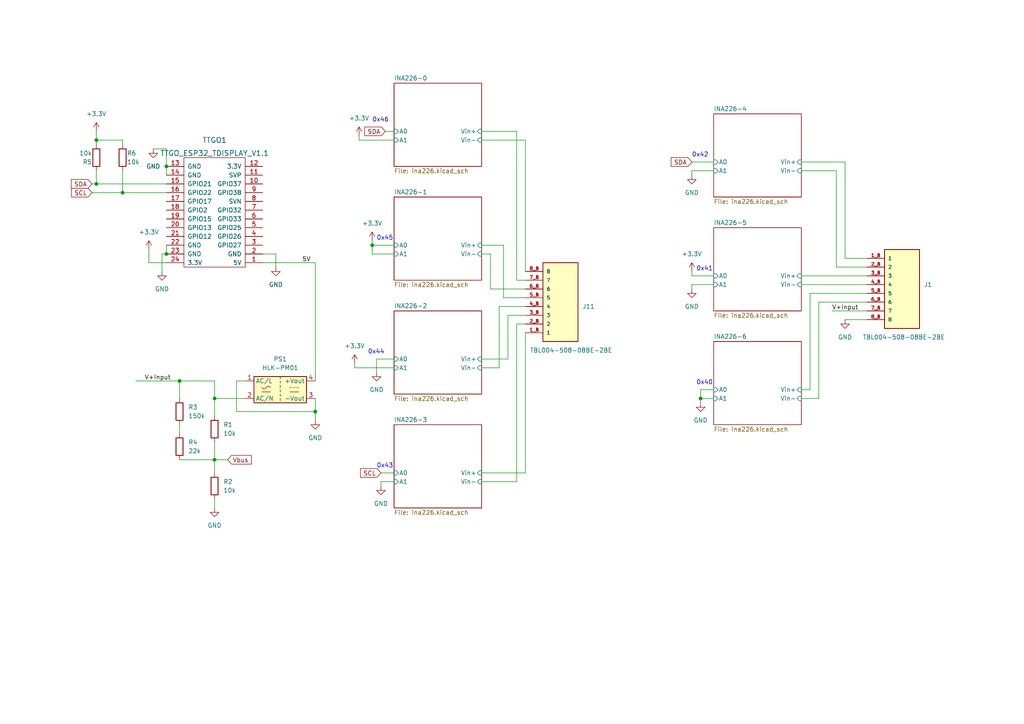
<source format=kicad_sch>
(kicad_sch (version 20211123) (generator eeschema)
  (paper "A4")
  (lib_symbols
    (symbol "Converter_ACDC:HLK-PM01"
      (property "Reference" "PS" (at 0 5.08 0))
      (property "Value" "HLK-PM01" (at 0 -5.08 0))
      (symbol "HLK-PM01_0_1"
        (rectangle (start -7.62 3.81) (end 7.62 -3.81) (stroke (width 0.254)) (fill (type background)))
        (arc (start -5.334 0.635) (mid -4.699 0.2495) (end -4.064 0.635))
        (arc (start -2.794 0.635) (mid -3.429 1.0072) (end -4.064 0.635))
        (polyline (pts (xy -5.334 -0.635) (xy -2.794 -0.635)))
        (polyline (pts (xy 0 -2.54) (xy 0 -3.175)))
        (polyline (pts (xy 0 -1.27) (xy 0 -1.905)))
        (polyline (pts (xy 0 0) (xy 0 -0.635)))
        (polyline (pts (xy 0 1.27) (xy 0 0.635)))
        (polyline (pts (xy 0 2.54) (xy 0 1.905)))
        (polyline (pts (xy 0 3.81) (xy 0 3.175)))
        (polyline (pts (xy 2.794 -0.635) (xy 5.334 -0.635)))
        (polyline (pts (xy 2.794 0.635) (xy 3.302 0.635)))
        (polyline (pts (xy 3.81 0.635) (xy 4.318 0.635)))
        (polyline (pts (xy 4.826 0.635) (xy 5.334 0.635)))
      )
      (symbol "HLK-PM01_1_1"
        (pin power_in line (at -10.16 2.54 0) (length 2.54) (name "AC/L") (number "1"))
        (pin power_in line (at -10.16 -2.54 0) (length 2.54) (name "AC/N") (number "2"))
        (pin power_out line (at 10.16 -2.54 180) (length 2.54) (name "-Vout") (number "3"))
        (pin power_out line (at 10.16 2.54 180) (length 2.54) (name "+Vout") (number "4"))
      )
    )
    (symbol "Device:R" (pin_numbers hide) (pin_names (offset 0))
      (property "Reference" "R" (at 2.032 0 90))
      (property "Value" "R" (at 0 0 90))
      (symbol "R_0_1"
        (rectangle (start -1.016 -2.54) (end 1.016 2.54) (stroke (width 0.254)))
      )
      (symbol "R_1_1"
        (pin passive line (at 0 3.81 270) (length 1.27) (name "~") (number "1"))
        (pin passive line (at 0 -3.81 90) (length 1.27) (name "~") (number "2"))
      )
    )
    (symbol "TBL004-508-08BE-2BE:TBL004-508-08BE-2BE" (pin_names (offset 1.016))
      (property "Reference" "J" (at -5.588 12.7 0))
      (property "Value" "TBL004-508-08BE-2BE" (at -5.08 -12.7 0))
      (symbol "TBL004-508-08BE-2BE_0_0"
        (rectangle (start -5.08 -10.16) (end 5.08 12.7) (stroke (width 0.254)) (fill (type background)))
        (pin passive line (at -10.16 10.16 0) (length 5.08) (name "1") (number "1_A"))
        (pin passive line (at -10.16 10.16 0) (length 5.08) (name "1") (number "1_B"))
        (pin passive line (at -10.16 7.62 0) (length 5.08) (name "2") (number "2_A"))
        (pin passive line (at -10.16 7.62 0) (length 5.08) (name "2") (number "2_B"))
        (pin passive line (at -10.16 5.08 0) (length 5.08) (name "3") (number "3_A"))
        (pin passive line (at -10.16 5.08 0) (length 5.08) (name "3") (number "3_B"))
        (pin passive line (at -10.16 2.54 0) (length 5.08) (name "4") (number "4_A"))
        (pin passive line (at -10.16 2.54 0) (length 5.08) (name "4") (number "4_B"))
        (pin passive line (at -10.16 0 0) (length 5.08) (name "5") (number "5_A"))
        (pin passive line (at -10.16 0 0) (length 5.08) (name "5") (number "5_B"))
        (pin passive line (at -10.16 -2.54 0) (length 5.08) (name "6") (number "6_A"))
        (pin passive line (at -10.16 -2.54 0) (length 5.08) (name "6") (number "6_B"))
        (pin passive line (at -10.16 -5.08 0) (length 5.08) (name "7") (number "7_A"))
        (pin passive line (at -10.16 -5.08 0) (length 5.08) (name "7") (number "7_B"))
        (pin passive line (at -10.16 -7.62 0) (length 5.08) (name "8") (number "8_A"))
        (pin passive line (at -10.16 -7.62 0) (length 5.08) (name "8") (number "8_B"))
      )
    )
    (symbol "power:+3.3V" (power) (pin_names (offset 0))
      (property "Value" "+3.3V" (at 0 3.556 0))
      (symbol "+3.3V_0_1"
        (polyline (pts (xy -0.762 1.27) (xy 0 2.54)))
        (polyline (pts (xy 0 0) (xy 0 2.54)))
        (polyline (pts (xy 0 2.54) (xy 0.762 1.27)))
      )
      (symbol "+3.3V_1_1"
        (pin power_in line (at 0 0 90) (length 0) hide (name "+3.3V") (number "1"))
      )
    )
    (symbol "power:GND" (power) (pin_names (offset 0))
      (property "Value" "GND" (at 0 -3.81 0))
      (symbol "GND_0_1"
        (polyline (pts (xy 0 0) (xy 0 -1.27) (xy 1.27 -1.27) (xy 0 -2.54) (xy -1.27 -1.27) (xy 0 -1.27)))
      )
      (symbol "GND_1_1"
        (pin power_in line (at 0 0 270) (length 0) hide (name "GND") (number "1"))
      )
    )
    (symbol "ttgo_esp32:TTGO_ESP32_TDISPLAY_V1.1" (pin_names (offset 1.016))
      (property "Reference" "TTGO" (at 8.89 34.29 0))
      (property "Value" "TTGO_ESP32_TDISPLAY_V1.1" (at 8.89 -2.54 0))
      (symbol "TTGO_ESP32_TDISPLAY_V1.1_0_1"
        (rectangle (start 0 0) (end 17.78 31.75))
      )
      (symbol "TTGO_ESP32_TDISPLAY_V1.1_1_1"
        (pin unspecified line (at 22.86 1.27 180) (length 5.08) (name "5V") (number "1"))
        (pin unspecified line (at 22.86 24.13 180) (length 5.08) (name "GPIO37") (number "10"))
        (pin unspecified line (at 22.86 26.67 180) (length 5.08) (name "SVP") (number "11"))
        (pin unspecified line (at 22.86 29.21 180) (length 5.08) (name "3.3V") (number "12"))
        (pin unspecified line (at -5.08 29.21 0) (length 5.08) (name "GND") (number "13"))
        (pin unspecified line (at -5.08 26.67 0) (length 5.08) (name "GND") (number "14"))
        (pin unspecified line (at -5.08 24.13 0) (length 5.08) (name "GPIO21") (number "15"))
        (pin unspecified line (at -5.08 21.59 0) (length 5.08) (name "GPIO22") (number "16"))
        (pin unspecified line (at -5.08 19.05 0) (length 5.08) (name "GPIO17") (number "17"))
        (pin unspecified line (at -5.08 16.51 0) (length 5.08) (name "GPIO2") (number "18"))
        (pin unspecified line (at -5.08 13.97 0) (length 5.08) (name "GPIO15") (number "19"))
        (pin unspecified line (at 22.86 3.81 180) (length 5.08) (name "GND") (number "2"))
        (pin unspecified line (at -5.08 11.43 0) (length 5.08) (name "GPIO13") (number "20"))
        (pin unspecified line (at -5.08 8.89 0) (length 5.08) (name "GPIO12") (number "21"))
        (pin unspecified line (at -5.08 6.35 0) (length 5.08) (name "GND") (number "22"))
        (pin unspecified line (at -5.08 3.81 0) (length 5.08) (name "GND") (number "23"))
        (pin unspecified line (at -5.08 1.27 0) (length 5.08) (name "3.3V") (number "24"))
        (pin unspecified line (at 22.86 6.35 180) (length 5.08) (name "GPIO27") (number "3"))
        (pin unspecified line (at 22.86 8.89 180) (length 5.08) (name "GPIO26") (number "4"))
        (pin unspecified line (at 22.86 11.43 180) (length 5.08) (name "GPIO25") (number "5"))
        (pin unspecified line (at 22.86 13.97 180) (length 5.08) (name "GPIO33") (number "6"))
        (pin unspecified line (at 22.86 16.51 180) (length 5.08) (name "GPIO32") (number "7"))
        (pin unspecified line (at 22.86 19.05 180) (length 5.08) (name "SVN") (number "8"))
        (pin unspecified line (at 22.86 21.59 180) (length 5.08) (name "GPIO38") (number "9"))
      )
    )
  )
  (junction (at 62.23 133.35))
  (junction (at 35.56 55.88))
  (junction (at 27.94 40.64))
  (junction (at 48.26 73.66))
  (junction (at 203.2 115.57))
  (junction (at 62.23 115.57))
  (junction (at 27.94 53.34))
  (junction (at 91.44 119.38))
  (junction (at 48.26 48.26))
  (junction (at 107.95 71.12))
  (junction (at 52.07 110.49))
  (wire (pts (xy 232.41 49.53) (xy 242.57 49.53)))
  (wire (pts (xy 39.37 110.49) (xy 52.07 110.49)))
  (wire (pts (xy 91.44 119.38) (xy 91.44 115.57)))
  (wire (pts (xy 152.4 88.9) (xy 144.78 88.9)))
  (wire (pts (xy 111.76 38.1) (xy 114.3 38.1)))
  (wire (pts (xy 144.78 106.68) (xy 139.7 106.68)))
  (wire (pts (xy 52.07 133.35) (xy 62.23 133.35)))
  (wire (pts (xy 27.94 53.34) (xy 48.26 53.34)))
  (wire (pts (xy 245.11 92.71) (xy 251.46 92.71)))
  (wire (pts (xy 200.66 80.01) (xy 207.01 80.01)))
  (wire (pts (xy 146.05 71.12) (xy 146.05 86.36)))
  (wire (pts (xy 48.26 76.2) (xy 43.18 76.2)))
  (wire (pts (xy 245.11 74.93) (xy 245.11 46.99)))
  (wire (pts (xy 232.41 82.55) (xy 251.46 82.55)))
  (wire (pts (xy 251.46 85.09) (xy 234.95 85.09)))
  (wire (pts (xy 200.66 80.01) (xy 200.66 78.74)))
  (wire (pts (xy 232.41 80.01) (xy 251.46 80.01)))
  (wire (pts (xy 237.49 115.57) (xy 237.49 87.63)))
  (wire (pts (xy 104.14 40.64) (xy 104.14 39.37)))
  (wire (pts (xy 200.66 83.82) (xy 200.66 82.55)))
  (wire (pts (xy 139.7 40.64) (xy 152.4 40.64)))
  (wire (pts (xy 52.07 123.19) (xy 52.07 125.73)))
  (wire (pts (xy 46.99 73.66) (xy 48.26 73.66)))
  (wire (pts (xy 35.56 49.53) (xy 35.56 55.88)))
  (wire (pts (xy 200.66 50.8) (xy 200.66 49.53)))
  (wire (pts (xy 245.11 74.93) (xy 251.46 74.93)))
  (wire (pts (xy 102.87 106.68) (xy 102.87 105.41)))
  (wire (pts (xy 200.66 46.99) (xy 207.01 46.99)))
  (wire (pts (xy 62.23 115.57) (xy 71.12 115.57)))
  (wire (pts (xy 203.2 115.57) (xy 207.01 115.57)))
  (wire (pts (xy 200.66 49.53) (xy 207.01 49.53)))
  (wire (pts (xy 152.4 93.98) (xy 149.86 93.98)))
  (wire (pts (xy 152.4 78.74) (xy 152.4 40.64)))
  (wire (pts (xy 76.2 73.66) (xy 80.01 73.66)))
  (wire (pts (xy 27.94 40.64) (xy 27.94 41.91)))
  (wire (pts (xy 52.07 110.49) (xy 62.23 110.49)))
  (wire (pts (xy 68.58 119.38) (xy 91.44 119.38)))
  (wire (pts (xy 241.3 90.17) (xy 251.46 90.17)))
  (wire (pts (xy 52.07 110.49) (xy 52.07 115.57)))
  (wire (pts (xy 43.18 72.39) (xy 43.18 76.2)))
  (wire (pts (xy 109.22 104.14) (xy 109.22 107.95)))
  (wire (pts (xy 48.26 48.26) (xy 48.26 43.18)))
  (wire (pts (xy 242.57 77.47) (xy 251.46 77.47)))
  (wire (pts (xy 147.32 91.44) (xy 152.4 91.44)))
  (wire (pts (xy 62.23 133.35) (xy 62.23 137.16)))
  (wire (pts (xy 48.26 43.18) (xy 44.45 43.18)))
  (wire (pts (xy 27.94 38.1) (xy 27.94 40.64)))
  (wire (pts (xy 107.95 71.12) (xy 114.3 71.12)))
  (wire (pts (xy 80.01 73.66) (xy 80.01 77.47)))
  (wire (pts (xy 200.66 82.55) (xy 207.01 82.55)))
  (wire (pts (xy 232.41 115.57) (xy 237.49 115.57)))
  (wire (pts (xy 232.41 113.03) (xy 234.95 113.03)))
  (wire (pts (xy 91.44 121.92) (xy 91.44 119.38)))
  (wire (pts (xy 139.7 71.12) (xy 146.05 71.12)))
  (wire (pts (xy 91.44 76.2) (xy 76.2 76.2)))
  (wire (pts (xy 107.95 73.66) (xy 107.95 71.12)))
  (wire (pts (xy 152.4 96.52) (xy 152.4 137.16)))
  (wire (pts (xy 144.78 88.9) (xy 144.78 106.68)))
  (wire (pts (xy 149.86 81.28) (xy 152.4 81.28)))
  (wire (pts (xy 203.2 116.84) (xy 203.2 115.57)))
  (wire (pts (xy 102.87 106.68) (xy 114.3 106.68)))
  (wire (pts (xy 149.86 38.1) (xy 149.86 81.28)))
  (wire (pts (xy 35.56 41.91) (xy 35.56 40.64)))
  (wire (pts (xy 149.86 93.98) (xy 149.86 139.7)))
  (wire (pts (xy 147.32 104.14) (xy 147.32 91.44)))
  (wire (pts (xy 107.95 69.85) (xy 107.95 71.12)))
  (wire (pts (xy 139.7 104.14) (xy 147.32 104.14)))
  (wire (pts (xy 110.49 140.97) (xy 110.49 139.7)))
  (wire (pts (xy 91.44 110.49) (xy 91.44 76.2)))
  (wire (pts (xy 152.4 83.82) (xy 142.24 83.82)))
  (wire (pts (xy 109.22 104.14) (xy 114.3 104.14)))
  (wire (pts (xy 234.95 85.09) (xy 234.95 113.03)))
  (wire (pts (xy 146.05 86.36) (xy 152.4 86.36)))
  (wire (pts (xy 142.24 83.82) (xy 142.24 73.66)))
  (wire (pts (xy 114.3 40.64) (xy 104.14 40.64)))
  (wire (pts (xy 68.58 119.38) (xy 68.58 110.49)))
  (wire (pts (xy 48.26 48.26) (xy 48.26 50.8)))
  (wire (pts (xy 203.2 113.03) (xy 207.01 113.03)))
  (wire (pts (xy 142.24 73.66) (xy 139.7 73.66)))
  (wire (pts (xy 62.23 128.27) (xy 62.23 133.35)))
  (wire (pts (xy 27.94 49.53) (xy 27.94 53.34)))
  (wire (pts (xy 139.7 38.1) (xy 149.86 38.1)))
  (wire (pts (xy 110.49 137.16) (xy 114.3 137.16)))
  (wire (pts (xy 35.56 40.64) (xy 27.94 40.64)))
  (wire (pts (xy 114.3 73.66) (xy 107.95 73.66)))
  (wire (pts (xy 62.23 144.78) (xy 62.23 147.32)))
  (wire (pts (xy 62.23 120.65) (xy 62.23 115.57)))
  (wire (pts (xy 62.23 133.35) (xy 66.04 133.35)))
  (wire (pts (xy 110.49 139.7) (xy 114.3 139.7)))
  (wire (pts (xy 26.67 55.88) (xy 35.56 55.88)))
  (wire (pts (xy 242.57 49.53) (xy 242.57 77.47)))
  (wire (pts (xy 48.26 71.12) (xy 48.26 73.66)))
  (wire (pts (xy 68.58 110.49) (xy 71.12 110.49)))
  (wire (pts (xy 139.7 137.16) (xy 152.4 137.16)))
  (wire (pts (xy 203.2 115.57) (xy 203.2 113.03)))
  (wire (pts (xy 237.49 87.63) (xy 251.46 87.63)))
  (wire (pts (xy 26.67 53.34) (xy 27.94 53.34)))
  (wire (pts (xy 62.23 115.57) (xy 62.23 110.49)))
  (wire (pts (xy 35.56 55.88) (xy 48.26 55.88)))
  (wire (pts (xy 149.86 139.7) (xy 139.7 139.7)))
  (wire (pts (xy 232.41 46.99) (xy 245.11 46.99)))
  (wire (pts (xy 46.99 78.74) (xy 46.99 73.66)))
  (text "0x42" (at 200.66 45.72 0) (effects (font (size 1.27 1.27)) (justify left bottom)))
  (text "0x43" (at 109.22 135.89 0) (effects (font (size 1.27 1.27)) (justify left bottom)))
  (text "0x46" (at 107.95 35.56 0) (effects (font (size 1.27 1.27)) (justify left bottom)))
  (text "0x45" (at 109.22 69.85 0) (effects (font (size 1.27 1.27)) (justify left bottom)))
  (text "0x41" (at 201.93 78.74 0) (effects (font (size 1.27 1.27)) (justify left bottom)))
  (text "0x44" (at 106.68 102.87 0) (effects (font (size 1.27 1.27)) (justify left bottom)))
  (text "0x40" (at 201.93 111.76 0) (effects (font (size 1.27 1.27)) (justify left bottom)))
  (label "V+Input" (at 41.91 110.49 0))
  (label "V+Input" (at 241.3 90.17 0))
  (label "5V" (at 87.63 76.2 0))
  (global_label "SCL" (shape input) (at 26.67 55.88 180) (property "Intersheet References" "${INTERSHEET_REFS}" (effects hide)))
  (global_label "SCL" (shape input) (at 110.49 137.16 180) (property "Intersheet References" "${INTERSHEET_REFS}" (effects hide)))
  (global_label "SDA" (shape input) (at 111.76 38.1 180) (property "Intersheet References" "${INTERSHEET_REFS}" (effects hide)))
  (global_label "SDA" (shape input) (at 200.66 46.99 180) (property "Intersheet References" "${INTERSHEET_REFS}" (effects hide)))
  (global_label "Vbus" (shape input) (at 66.04 133.35 0) (property "Intersheet References" "${INTERSHEET_REFS}" (effects hide)))
  (global_label "SDA" (shape input) (at 26.67 53.34 180) (property "Intersheet References" "${INTERSHEET_REFS}" (effects hide)))
  (symbol (lib_id "ttgo_esp32:TTGO_ESP32_TDISPLAY_V1.1") (at 53.34 77.47 0) (unit 1)
    (property "Reference" "TTGO1" (at 62.23 40.64 0) (effects (font (size 1.524 1.524))))
    (property "Value" "TTGO_ESP32_TDISPLAY_V1.1" (at 62.23 44.45 0) (effects (font (size 1.524 1.524))))
    (property "Footprint" "libraries:TTGO_ESP32_TDisplay_v1.1" (effects hide))
  )
  (symbol (lib_id "TBL004-508-08BE-2BE:TBL004-508-08BE-2BE") (at 261.62 85.09 0) (unit 1)
    (property "Reference" "J1" (at 267.97 82.5499 0) (effects (justify left)))
    (property "Value" "TBL004-508-08BE-2BE" (at 250.19 97.79 0) (effects (justify left)))
    (property "Footprint" "libraries:CUI_TBL004-508-08BE-2BE" (effects hide))
    (property "STANDARD" "Manufacturer Recommendations" (effects hide))
    (property "MANUFACTURER" "CUI" (effects hide))
  )
  (symbol (lib_id "Device:R") (at 52.07 129.54 0) (unit 1)
    (property "Reference" "R4" (at 54.61 128.2699 0) (effects (justify left)))
    (property "Value" "22k" (at 54.61 130.8099 0) (effects (justify left)))
    (property "Footprint" "Resistor_SMD:R_0603_1608Metric" (effects hide))
  )
  (symbol (lib_id "power:+3.3V") (at 102.87 105.41 0) (unit 1)
    (property "Reference" "#PWR0118" (effects hide))
    (property "Value" "+3.3V" (at 102.87 100.33 0))
  )
  (symbol (lib_id "power:+3.3V") (at 200.66 78.74 0) (unit 1)
    (property "Reference" "#PWR0104" (effects hide))
    (property "Value" "+3.3V" (at 200.66 73.66 0))
  )
  (symbol (lib_id "TBL004-508-08BE-2BE:TBL004-508-08BE-2BE") (at 162.56 86.36 0) (mirror x) (unit 1)
    (property "Reference" "J11" (at 168.91 88.9001 0) (effects (justify left)))
    (property "Value" "TBL004-508-08BE-2BE" (at 153.67 101.6 0) (effects (justify left)))
    (property "Footprint" "libraries:CUI_TBL004-508-08BE-2BE" (effects hide))
    (property "STANDARD" "Manufacturer Recommendations" (effects hide))
    (property "MANUFACTURER" "CUI" (effects hide))
  )
  (symbol (lib_id "power:+3.3V") (at 43.18 72.39 0) (unit 1)
    (property "Reference" "#PWR02" (effects hide))
    (property "Value" "+3.3V" (at 43.18 67.31 0))
  )
  (symbol (lib_id "power:GND") (at 91.44 121.92 0) (unit 1)
    (property "Reference" "#PWR07" (effects hide))
    (property "Value" "GND" (at 91.44 127 0))
  )
  (symbol (lib_id "power:GND") (at 200.66 83.82 0) (unit 1)
    (property "Reference" "#PWR0113" (effects hide))
    (property "Value" "GND" (at 200.66 88.9 0))
  )
  (symbol (lib_id "Device:R") (at 27.94 45.72 0) (unit 1)
    (property "Reference" "R5" (at 26.67 46.99 0) (effects (justify right)))
    (property "Value" "10k" (at 26.67 44.45 0) (effects (justify right)))
    (property "Footprint" "Resistor_SMD:R_0603_1608Metric" (effects hide))
  )
  (symbol (lib_id "power:GND") (at 245.11 92.71 0) (unit 1)
    (property "Reference" "#PWR0112" (effects hide))
    (property "Value" "GND" (at 245.11 97.79 0))
  )
  (symbol (lib_id "power:+3.3V") (at 107.95 69.85 0) (unit 1)
    (property "Reference" "#PWR0116" (effects hide))
    (property "Value" "+3.3V" (at 107.95 64.77 0))
  )
  (symbol (lib_id "Device:R") (at 62.23 140.97 0) (unit 1)
    (property "Reference" "R2" (at 64.77 139.6999 0) (effects (justify left)))
    (property "Value" "10k" (at 64.77 142.2399 0) (effects (justify left)))
    (property "Footprint" "Resistor_SMD:R_0603_1608Metric" (effects hide))
  )
  (symbol (lib_id "Device:R") (at 62.23 124.46 0) (unit 1)
    (property "Reference" "R1" (at 64.77 123.1899 0) (effects (justify left)))
    (property "Value" "10k" (at 64.77 125.7299 0) (effects (justify left)))
    (property "Footprint" "Resistor_SMD:R_0603_1608Metric" (effects hide))
  )
  (symbol (lib_id "power:GND") (at 110.49 140.97 0) (unit 1)
    (property "Reference" "#PWR013" (effects hide))
    (property "Value" "GND" (at 110.49 146.05 0))
  )
  (symbol (lib_id "power:GND") (at 62.23 147.32 0) (unit 1)
    (property "Reference" "#PWR04" (effects hide))
    (property "Value" "GND" (at 62.23 152.4 0))
  )
  (symbol (lib_id "power:+3.3V") (at 27.94 38.1 0) (unit 1)
    (property "Reference" "#PWR0111" (effects hide))
    (property "Value" "+3.3V" (at 27.94 33.02 0))
  )
  (symbol (lib_id "Device:R") (at 35.56 45.72 0) (unit 1)
    (property "Reference" "R6" (at 36.83 44.45 0) (effects (justify left)))
    (property "Value" "10k" (at 36.83 46.99 0) (effects (justify left)))
    (property "Footprint" "Resistor_SMD:R_0603_1608Metric" (effects hide))
  )
  (symbol (lib_id "power:GND") (at 203.2 116.84 0) (unit 1)
    (property "Reference" "#PWR0103" (effects hide))
    (property "Value" "GND" (at 203.2 121.92 0))
  )
  (symbol (lib_id "power:GND") (at 80.01 77.47 0) (unit 1)
    (property "Reference" "#PWR06" (effects hide))
    (property "Value" "GND" (at 80.01 82.55 0))
  )
  (symbol (lib_id "power:GND") (at 200.66 50.8 0) (unit 1)
    (property "Reference" "#PWR0114" (effects hide))
    (property "Value" "GND" (at 200.66 55.88 0))
  )
  (symbol (lib_id "power:GND") (at 109.22 107.95 0) (unit 1)
    (property "Reference" "#PWR0117" (effects hide))
    (property "Value" "GND" (at 109.22 113.03 0))
  )
  (symbol (lib_id "power:GND") (at 46.99 78.74 0) (unit 1)
    (property "Reference" "#PWR03" (effects hide))
    (property "Value" "GND" (at 46.99 83.82 0))
  )
  (symbol (lib_id "Converter_ACDC:HLK-PM01") (at 81.28 113.03 0) (unit 1)
    (property "Reference" "PS1" (at 81.28 104.14 0))
    (property "Value" "HLK-PM01" (at 81.28 106.68 0))
    (property "Footprint" "Converter_ACDC:Converter_ACDC_HiLink_HLK-PMxx" (effects hide))
    (property "Datasheet" "http://www.hlktech.net/product_detail.php?ProId=54" (effects hide))
  )
  (symbol (lib_id "power:GND") (at 44.45 43.18 0) (unit 1)
    (property "Reference" "#PWR01" (effects hide))
    (property "Value" "GND" (at 44.45 48.26 0))
  )
  (symbol (lib_id "power:+3.3V") (at 104.14 39.37 0) (unit 1)
    (property "Reference" "#PWR0115" (effects hide))
    (property "Value" "+3.3V" (at 104.14 34.29 0))
  )
  (symbol (lib_id "Device:R") (at 52.07 119.38 0) (unit 1)
    (property "Reference" "R3" (at 54.61 118.1099 0) (effects (justify left)))
    (property "Value" "150k" (at 54.61 120.6499 0) (effects (justify left)))
    (property "Footprint" "Resistor_SMD:R_0603_1608Metric" (effects hide))
  )
  (sheet (at 114.3 57.15) (size 25.4 24.13) (stroke (width 0.1524))
    (property "Sheet name" "INA226-1" (at 114.3 56.4384 0) (effects (justify left bottom)))
    (property "Sheet file" "ina226.kicad_sch" (at 114.3 81.8646 0) (effects (justify left top)))
    (pin "A1" input (at 114.3 73.66 180))
    (pin "A0" input (at 114.3 71.12 180))
    (pin "Vin-" input (at 139.7 73.66 0))
    (pin "Vin+" input (at 139.7 71.12 0))
  )
  (sheet (at 207.01 99.06) (size 25.4 24.13) (stroke (width 0.1524))
    (property "Sheet name" "INA226-6" (at 207.01 98.3484 0) (effects (justify left bottom)))
    (property "Sheet file" "ina226.kicad_sch" (at 207.01 123.7746 0) (effects (justify left top)))
    (pin "A1" input (at 207.01 115.57 180))
    (pin "A0" input (at 207.01 113.03 180))
    (pin "Vin-" input (at 232.41 115.57 0))
    (pin "Vin+" input (at 232.41 113.03 0))
  )
  (sheet (at 114.3 123.19) (size 25.4 24.13) (stroke (width 0.1524))
    (property "Sheet name" "INA226-3" (at 114.3 122.4784 0) (effects (justify left bottom)))
    (property "Sheet file" "ina226.kicad_sch" (at 114.3 147.9046 0) (effects (justify left top)))
    (pin "A1" input (at 114.3 139.7 180))
    (pin "A0" input (at 114.3 137.16 180))
    (pin "Vin-" input (at 139.7 139.7 0))
    (pin "Vin+" input (at 139.7 137.16 0))
  )
  (sheet (at 114.3 24.13) (size 25.4 24.13) (stroke (width 0.1524))
    (property "Sheet name" "INA226-0" (at 114.3 23.4184 0) (effects (justify left bottom)))
    (property "Sheet file" "ina226.kicad_sch" (at 114.3 48.8446 0) (effects (justify left top)))
    (pin "A1" input (at 114.3 40.64 180))
    (pin "A0" input (at 114.3 38.1 180))
    (pin "Vin-" input (at 139.7 40.64 0))
    (pin "Vin+" input (at 139.7 38.1 0))
  )
  (sheet (at 207.01 33.02) (size 25.4 24.13) (stroke (width 0.1524))
    (property "Sheet name" "INA226-4" (at 207.01 32.3084 0) (effects (justify left bottom)))
    (property "Sheet file" "ina226.kicad_sch" (at 207.01 57.7346 0) (effects (justify left top)))
    (pin "A1" input (at 207.01 49.53 180))
    (pin "A0" input (at 207.01 46.99 180))
    (pin "Vin-" input (at 232.41 49.53 0))
    (pin "Vin+" input (at 232.41 46.99 0))
  )
  (sheet (at 207.01 66.04) (size 25.4 24.13) (stroke (width 0.1524))
    (property "Sheet name" "INA226-5" (at 207.01 65.3284 0) (effects (justify left bottom)))
    (property "Sheet file" "ina226.kicad_sch" (at 207.01 90.7546 0) (effects (justify left top)))
    (pin "A1" input (at 207.01 82.55 180))
    (pin "A0" input (at 207.01 80.01 180))
    (pin "Vin-" input (at 232.41 82.55 0))
    (pin "Vin+" input (at 232.41 80.01 0))
  )
  (sheet (at 114.3 90.17) (size 25.4 24.13) (stroke (width 0.1524))
    (property "Sheet name" "INA226-2" (at 114.3 89.4584 0) (effects (justify left bottom)))
    (property "Sheet file" "ina226.kicad_sch" (at 114.3 114.8846 0) (effects (justify left top)))
    (pin "A1" input (at 114.3 106.68 180))
    (pin "A0" input (at 114.3 104.14 180))
    (pin "Vin-" input (at 139.7 106.68 0))
    (pin "Vin+" input (at 139.7 104.14 0))
  )
)
</source>
